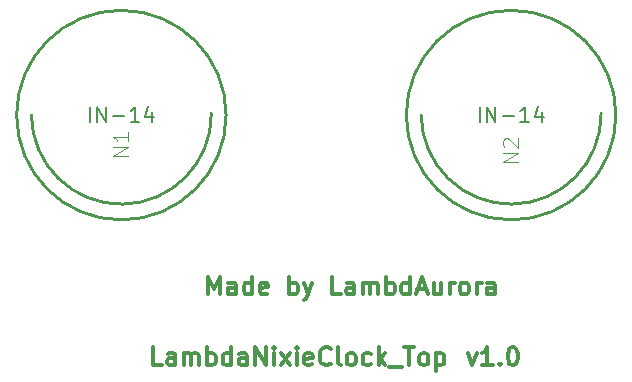
<source format=gto>
%TF.GenerationSoftware,KiCad,Pcbnew,5.1.6*%
%TF.CreationDate,2020-08-06T12:28:21+02:00*%
%TF.ProjectId,nixie_clock_holder,6e697869-655f-4636-9c6f-636b5f686f6c,rev?*%
%TF.SameCoordinates,Original*%
%TF.FileFunction,Legend,Top*%
%TF.FilePolarity,Positive*%
%FSLAX46Y46*%
G04 Gerber Fmt 4.6, Leading zero omitted, Abs format (unit mm)*
G04 Created by KiCad (PCBNEW 5.1.6) date 2020-08-06 12:28:21*
%MOMM*%
%LPD*%
G01*
G04 APERTURE LIST*
%ADD10C,0.300000*%
%ADD11C,0.254000*%
%ADD12C,0.101600*%
%ADD13C,0.150000*%
G04 APERTURE END LIST*
D10*
X184428571Y-125178571D02*
X183714285Y-125178571D01*
X183714285Y-123678571D01*
X185571428Y-125178571D02*
X185571428Y-124392857D01*
X185500000Y-124250000D01*
X185357142Y-124178571D01*
X185071428Y-124178571D01*
X184928571Y-124250000D01*
X185571428Y-125107142D02*
X185428571Y-125178571D01*
X185071428Y-125178571D01*
X184928571Y-125107142D01*
X184857142Y-124964285D01*
X184857142Y-124821428D01*
X184928571Y-124678571D01*
X185071428Y-124607142D01*
X185428571Y-124607142D01*
X185571428Y-124535714D01*
X186285714Y-125178571D02*
X186285714Y-124178571D01*
X186285714Y-124321428D02*
X186357142Y-124250000D01*
X186500000Y-124178571D01*
X186714285Y-124178571D01*
X186857142Y-124250000D01*
X186928571Y-124392857D01*
X186928571Y-125178571D01*
X186928571Y-124392857D02*
X187000000Y-124250000D01*
X187142857Y-124178571D01*
X187357142Y-124178571D01*
X187500000Y-124250000D01*
X187571428Y-124392857D01*
X187571428Y-125178571D01*
X188285714Y-125178571D02*
X188285714Y-123678571D01*
X188285714Y-124250000D02*
X188428571Y-124178571D01*
X188714285Y-124178571D01*
X188857142Y-124250000D01*
X188928571Y-124321428D01*
X189000000Y-124464285D01*
X189000000Y-124892857D01*
X188928571Y-125035714D01*
X188857142Y-125107142D01*
X188714285Y-125178571D01*
X188428571Y-125178571D01*
X188285714Y-125107142D01*
X190285714Y-125178571D02*
X190285714Y-123678571D01*
X190285714Y-125107142D02*
X190142857Y-125178571D01*
X189857142Y-125178571D01*
X189714285Y-125107142D01*
X189642857Y-125035714D01*
X189571428Y-124892857D01*
X189571428Y-124464285D01*
X189642857Y-124321428D01*
X189714285Y-124250000D01*
X189857142Y-124178571D01*
X190142857Y-124178571D01*
X190285714Y-124250000D01*
X191642857Y-125178571D02*
X191642857Y-124392857D01*
X191571428Y-124250000D01*
X191428571Y-124178571D01*
X191142857Y-124178571D01*
X191000000Y-124250000D01*
X191642857Y-125107142D02*
X191500000Y-125178571D01*
X191142857Y-125178571D01*
X191000000Y-125107142D01*
X190928571Y-124964285D01*
X190928571Y-124821428D01*
X191000000Y-124678571D01*
X191142857Y-124607142D01*
X191500000Y-124607142D01*
X191642857Y-124535714D01*
X192357142Y-125178571D02*
X192357142Y-123678571D01*
X193214285Y-125178571D01*
X193214285Y-123678571D01*
X193928571Y-125178571D02*
X193928571Y-124178571D01*
X193928571Y-123678571D02*
X193857142Y-123750000D01*
X193928571Y-123821428D01*
X194000000Y-123750000D01*
X193928571Y-123678571D01*
X193928571Y-123821428D01*
X194500000Y-125178571D02*
X195285714Y-124178571D01*
X194500000Y-124178571D02*
X195285714Y-125178571D01*
X195857142Y-125178571D02*
X195857142Y-124178571D01*
X195857142Y-123678571D02*
X195785714Y-123750000D01*
X195857142Y-123821428D01*
X195928571Y-123750000D01*
X195857142Y-123678571D01*
X195857142Y-123821428D01*
X197142857Y-125107142D02*
X197000000Y-125178571D01*
X196714285Y-125178571D01*
X196571428Y-125107142D01*
X196500000Y-124964285D01*
X196500000Y-124392857D01*
X196571428Y-124250000D01*
X196714285Y-124178571D01*
X197000000Y-124178571D01*
X197142857Y-124250000D01*
X197214285Y-124392857D01*
X197214285Y-124535714D01*
X196500000Y-124678571D01*
X198714285Y-125035714D02*
X198642857Y-125107142D01*
X198428571Y-125178571D01*
X198285714Y-125178571D01*
X198071428Y-125107142D01*
X197928571Y-124964285D01*
X197857142Y-124821428D01*
X197785714Y-124535714D01*
X197785714Y-124321428D01*
X197857142Y-124035714D01*
X197928571Y-123892857D01*
X198071428Y-123750000D01*
X198285714Y-123678571D01*
X198428571Y-123678571D01*
X198642857Y-123750000D01*
X198714285Y-123821428D01*
X199571428Y-125178571D02*
X199428571Y-125107142D01*
X199357142Y-124964285D01*
X199357142Y-123678571D01*
X200357142Y-125178571D02*
X200214285Y-125107142D01*
X200142857Y-125035714D01*
X200071428Y-124892857D01*
X200071428Y-124464285D01*
X200142857Y-124321428D01*
X200214285Y-124250000D01*
X200357142Y-124178571D01*
X200571428Y-124178571D01*
X200714285Y-124250000D01*
X200785714Y-124321428D01*
X200857142Y-124464285D01*
X200857142Y-124892857D01*
X200785714Y-125035714D01*
X200714285Y-125107142D01*
X200571428Y-125178571D01*
X200357142Y-125178571D01*
X202142857Y-125107142D02*
X202000000Y-125178571D01*
X201714285Y-125178571D01*
X201571428Y-125107142D01*
X201500000Y-125035714D01*
X201428571Y-124892857D01*
X201428571Y-124464285D01*
X201500000Y-124321428D01*
X201571428Y-124250000D01*
X201714285Y-124178571D01*
X202000000Y-124178571D01*
X202142857Y-124250000D01*
X202785714Y-125178571D02*
X202785714Y-123678571D01*
X202928571Y-124607142D02*
X203357142Y-125178571D01*
X203357142Y-124178571D02*
X202785714Y-124750000D01*
X203642857Y-125321428D02*
X204785714Y-125321428D01*
X204928571Y-123678571D02*
X205785714Y-123678571D01*
X205357142Y-125178571D02*
X205357142Y-123678571D01*
X206500000Y-125178571D02*
X206357142Y-125107142D01*
X206285714Y-125035714D01*
X206214285Y-124892857D01*
X206214285Y-124464285D01*
X206285714Y-124321428D01*
X206357142Y-124250000D01*
X206500000Y-124178571D01*
X206714285Y-124178571D01*
X206857142Y-124250000D01*
X206928571Y-124321428D01*
X207000000Y-124464285D01*
X207000000Y-124892857D01*
X206928571Y-125035714D01*
X206857142Y-125107142D01*
X206714285Y-125178571D01*
X206500000Y-125178571D01*
X207642857Y-124178571D02*
X207642857Y-125678571D01*
X207642857Y-124250000D02*
X207785714Y-124178571D01*
X208071428Y-124178571D01*
X208214285Y-124250000D01*
X208285714Y-124321428D01*
X208357142Y-124464285D01*
X208357142Y-124892857D01*
X208285714Y-125035714D01*
X208214285Y-125107142D01*
X208071428Y-125178571D01*
X207785714Y-125178571D01*
X207642857Y-125107142D01*
X210357142Y-124178571D02*
X210714285Y-125178571D01*
X211071428Y-124178571D01*
X212428571Y-125178571D02*
X211571428Y-125178571D01*
X212000000Y-125178571D02*
X212000000Y-123678571D01*
X211857142Y-123892857D01*
X211714285Y-124035714D01*
X211571428Y-124107142D01*
X213071428Y-125035714D02*
X213142857Y-125107142D01*
X213071428Y-125178571D01*
X213000000Y-125107142D01*
X213071428Y-125035714D01*
X213071428Y-125178571D01*
X214071428Y-123678571D02*
X214214285Y-123678571D01*
X214357142Y-123750000D01*
X214428571Y-123821428D01*
X214500000Y-123964285D01*
X214571428Y-124250000D01*
X214571428Y-124607142D01*
X214500000Y-124892857D01*
X214428571Y-125035714D01*
X214357142Y-125107142D01*
X214214285Y-125178571D01*
X214071428Y-125178571D01*
X213928571Y-125107142D01*
X213857142Y-125035714D01*
X213785714Y-124892857D01*
X213714285Y-124607142D01*
X213714285Y-124250000D01*
X213785714Y-123964285D01*
X213857142Y-123821428D01*
X213928571Y-123750000D01*
X214071428Y-123678571D01*
X188357142Y-119178571D02*
X188357142Y-117678571D01*
X188857142Y-118750000D01*
X189357142Y-117678571D01*
X189357142Y-119178571D01*
X190714285Y-119178571D02*
X190714285Y-118392857D01*
X190642857Y-118250000D01*
X190500000Y-118178571D01*
X190214285Y-118178571D01*
X190071428Y-118250000D01*
X190714285Y-119107142D02*
X190571428Y-119178571D01*
X190214285Y-119178571D01*
X190071428Y-119107142D01*
X190000000Y-118964285D01*
X190000000Y-118821428D01*
X190071428Y-118678571D01*
X190214285Y-118607142D01*
X190571428Y-118607142D01*
X190714285Y-118535714D01*
X192071428Y-119178571D02*
X192071428Y-117678571D01*
X192071428Y-119107142D02*
X191928571Y-119178571D01*
X191642857Y-119178571D01*
X191500000Y-119107142D01*
X191428571Y-119035714D01*
X191357142Y-118892857D01*
X191357142Y-118464285D01*
X191428571Y-118321428D01*
X191500000Y-118250000D01*
X191642857Y-118178571D01*
X191928571Y-118178571D01*
X192071428Y-118250000D01*
X193357142Y-119107142D02*
X193214285Y-119178571D01*
X192928571Y-119178571D01*
X192785714Y-119107142D01*
X192714285Y-118964285D01*
X192714285Y-118392857D01*
X192785714Y-118250000D01*
X192928571Y-118178571D01*
X193214285Y-118178571D01*
X193357142Y-118250000D01*
X193428571Y-118392857D01*
X193428571Y-118535714D01*
X192714285Y-118678571D01*
X195214285Y-119178571D02*
X195214285Y-117678571D01*
X195214285Y-118250000D02*
X195357142Y-118178571D01*
X195642857Y-118178571D01*
X195785714Y-118250000D01*
X195857142Y-118321428D01*
X195928571Y-118464285D01*
X195928571Y-118892857D01*
X195857142Y-119035714D01*
X195785714Y-119107142D01*
X195642857Y-119178571D01*
X195357142Y-119178571D01*
X195214285Y-119107142D01*
X196428571Y-118178571D02*
X196785714Y-119178571D01*
X197142857Y-118178571D02*
X196785714Y-119178571D01*
X196642857Y-119535714D01*
X196571428Y-119607142D01*
X196428571Y-119678571D01*
X199571428Y-119178571D02*
X198857142Y-119178571D01*
X198857142Y-117678571D01*
X200714285Y-119178571D02*
X200714285Y-118392857D01*
X200642857Y-118250000D01*
X200500000Y-118178571D01*
X200214285Y-118178571D01*
X200071428Y-118250000D01*
X200714285Y-119107142D02*
X200571428Y-119178571D01*
X200214285Y-119178571D01*
X200071428Y-119107142D01*
X200000000Y-118964285D01*
X200000000Y-118821428D01*
X200071428Y-118678571D01*
X200214285Y-118607142D01*
X200571428Y-118607142D01*
X200714285Y-118535714D01*
X201428571Y-119178571D02*
X201428571Y-118178571D01*
X201428571Y-118321428D02*
X201500000Y-118250000D01*
X201642857Y-118178571D01*
X201857142Y-118178571D01*
X202000000Y-118250000D01*
X202071428Y-118392857D01*
X202071428Y-119178571D01*
X202071428Y-118392857D02*
X202142857Y-118250000D01*
X202285714Y-118178571D01*
X202500000Y-118178571D01*
X202642857Y-118250000D01*
X202714285Y-118392857D01*
X202714285Y-119178571D01*
X203428571Y-119178571D02*
X203428571Y-117678571D01*
X203428571Y-118250000D02*
X203571428Y-118178571D01*
X203857142Y-118178571D01*
X204000000Y-118250000D01*
X204071428Y-118321428D01*
X204142857Y-118464285D01*
X204142857Y-118892857D01*
X204071428Y-119035714D01*
X204000000Y-119107142D01*
X203857142Y-119178571D01*
X203571428Y-119178571D01*
X203428571Y-119107142D01*
X205428571Y-119178571D02*
X205428571Y-117678571D01*
X205428571Y-119107142D02*
X205285714Y-119178571D01*
X205000000Y-119178571D01*
X204857142Y-119107142D01*
X204785714Y-119035714D01*
X204714285Y-118892857D01*
X204714285Y-118464285D01*
X204785714Y-118321428D01*
X204857142Y-118250000D01*
X205000000Y-118178571D01*
X205285714Y-118178571D01*
X205428571Y-118250000D01*
X206071428Y-118750000D02*
X206785714Y-118750000D01*
X205928571Y-119178571D02*
X206428571Y-117678571D01*
X206928571Y-119178571D01*
X208071428Y-118178571D02*
X208071428Y-119178571D01*
X207428571Y-118178571D02*
X207428571Y-118964285D01*
X207500000Y-119107142D01*
X207642857Y-119178571D01*
X207857142Y-119178571D01*
X208000000Y-119107142D01*
X208071428Y-119035714D01*
X208785714Y-119178571D02*
X208785714Y-118178571D01*
X208785714Y-118464285D02*
X208857142Y-118321428D01*
X208928571Y-118250000D01*
X209071428Y-118178571D01*
X209214285Y-118178571D01*
X209928571Y-119178571D02*
X209785714Y-119107142D01*
X209714285Y-119035714D01*
X209642857Y-118892857D01*
X209642857Y-118464285D01*
X209714285Y-118321428D01*
X209785714Y-118250000D01*
X209928571Y-118178571D01*
X210142857Y-118178571D01*
X210285714Y-118250000D01*
X210357142Y-118321428D01*
X210428571Y-118464285D01*
X210428571Y-118892857D01*
X210357142Y-119035714D01*
X210285714Y-119107142D01*
X210142857Y-119178571D01*
X209928571Y-119178571D01*
X211071428Y-119178571D02*
X211071428Y-118178571D01*
X211071428Y-118464285D02*
X211142857Y-118321428D01*
X211214285Y-118250000D01*
X211357142Y-118178571D01*
X211500000Y-118178571D01*
X212642857Y-119178571D02*
X212642857Y-118392857D01*
X212571428Y-118250000D01*
X212428571Y-118178571D01*
X212142857Y-118178571D01*
X212000000Y-118250000D01*
X212642857Y-119107142D02*
X212500000Y-119178571D01*
X212142857Y-119178571D01*
X212000000Y-119107142D01*
X211928571Y-118964285D01*
X211928571Y-118821428D01*
X212000000Y-118678571D01*
X212142857Y-118607142D01*
X212500000Y-118607142D01*
X212642857Y-118535714D01*
D11*
%TO.C,N1*%
X189872220Y-104000000D02*
G75*
G03*
X189872220Y-104000000I-8872220J0D01*
G01*
X173380000Y-104000000D02*
G75*
G03*
X188620000Y-103842520I7620000J78740D01*
G01*
%TO.C,N2*%
X222872220Y-104000000D02*
G75*
G03*
X222872220Y-104000000I-8872220J0D01*
G01*
X206380000Y-104000000D02*
G75*
G03*
X221620000Y-103842520I7620000J78740D01*
G01*
%TO.C,N1*%
D12*
X181574523Y-107467619D02*
X180304523Y-107467619D01*
X181574523Y-106741904D01*
X180304523Y-106741904D01*
X181574523Y-105471904D02*
X181574523Y-106197619D01*
X181574523Y-105834761D02*
X180304523Y-105834761D01*
X180485952Y-105955714D01*
X180606904Y-106076666D01*
X180667380Y-106197619D01*
D13*
X178339047Y-104574523D02*
X178339047Y-103304523D01*
X178943809Y-104574523D02*
X178943809Y-103304523D01*
X179669523Y-104574523D01*
X179669523Y-103304523D01*
X180274285Y-104090714D02*
X181241904Y-104090714D01*
X182511904Y-104574523D02*
X181786190Y-104574523D01*
X182149047Y-104574523D02*
X182149047Y-103304523D01*
X182028095Y-103485952D01*
X181907142Y-103606904D01*
X181786190Y-103667380D01*
X183600476Y-103727857D02*
X183600476Y-104574523D01*
X183298095Y-103244047D02*
X182995714Y-104151190D01*
X183781904Y-104151190D01*
%TO.C,N2*%
D12*
X214574523Y-107967619D02*
X213304523Y-107967619D01*
X214574523Y-107241904D01*
X213304523Y-107241904D01*
X213425476Y-106697619D02*
X213365000Y-106637142D01*
X213304523Y-106516190D01*
X213304523Y-106213809D01*
X213365000Y-106092857D01*
X213425476Y-106032380D01*
X213546428Y-105971904D01*
X213667380Y-105971904D01*
X213848809Y-106032380D01*
X214574523Y-106758095D01*
X214574523Y-105971904D01*
D13*
X211339047Y-104574523D02*
X211339047Y-103304523D01*
X211943809Y-104574523D02*
X211943809Y-103304523D01*
X212669523Y-104574523D01*
X212669523Y-103304523D01*
X213274285Y-104090714D02*
X214241904Y-104090714D01*
X215511904Y-104574523D02*
X214786190Y-104574523D01*
X215149047Y-104574523D02*
X215149047Y-103304523D01*
X215028095Y-103485952D01*
X214907142Y-103606904D01*
X214786190Y-103667380D01*
X216600476Y-103727857D02*
X216600476Y-104574523D01*
X216298095Y-103244047D02*
X215995714Y-104151190D01*
X216781904Y-104151190D01*
%TD*%
M02*

</source>
